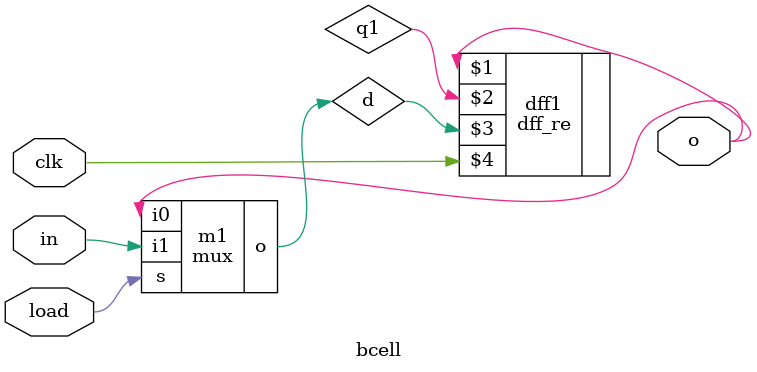
<source format=v>
`include "Hadif_B190513CS_Q01a.v"

module mux(output o, input s, i0, i1);
  wire s1, a1, a2;
  nand(s1, s);
  nand(a1, s1, i0);
  nand(a2, s, i1);
  nand(o, a1, a2);
endmodule

module bcell(output o, input in, load, clk);
  wire d, q1;
  mux m1(d, load, o, in);
  dff_re dff1(o, q1, d, clk);
endmodule
</source>
